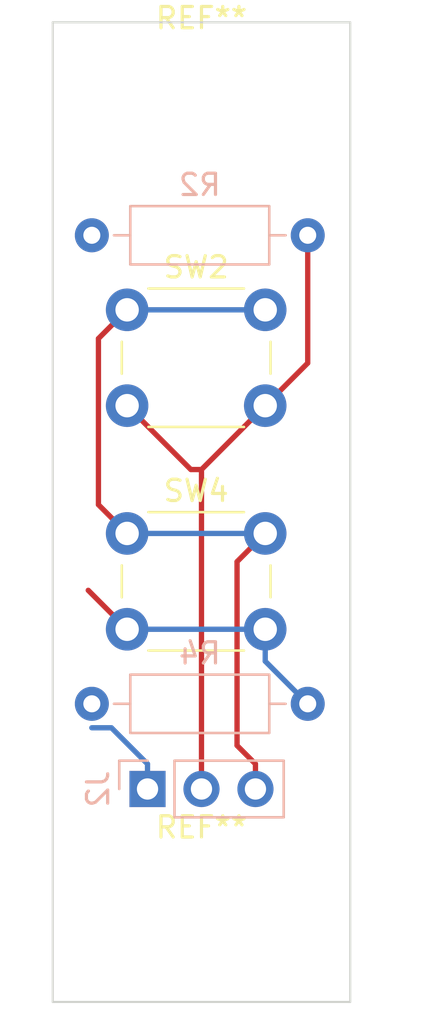
<source format=kicad_pcb>
(kicad_pcb (version 20171130) (host pcbnew "(5.1.6)-1")

  (general
    (thickness 1.6)
    (drawings 5)
    (tracks 22)
    (zones 0)
    (modules 7)
    (nets 5)
  )

  (page A4)
  (layers
    (0 F.Cu signal)
    (31 B.Cu signal)
    (32 B.Adhes user)
    (33 F.Adhes user)
    (34 B.Paste user)
    (35 F.Paste user)
    (36 B.SilkS user)
    (37 F.SilkS user)
    (38 B.Mask user)
    (39 F.Mask user)
    (40 Dwgs.User user)
    (41 Cmts.User user)
    (42 Eco1.User user)
    (43 Eco2.User user)
    (44 Edge.Cuts user)
    (45 Margin user)
    (46 B.CrtYd user)
    (47 F.CrtYd user)
    (48 B.Fab user)
    (49 F.Fab user)
  )

  (setup
    (last_trace_width 0.25)
    (trace_clearance 0.2)
    (zone_clearance 0.508)
    (zone_45_only no)
    (trace_min 0.2)
    (via_size 0.8)
    (via_drill 0.4)
    (via_min_size 0.4)
    (via_min_drill 0.3)
    (uvia_size 0.3)
    (uvia_drill 0.1)
    (uvias_allowed no)
    (uvia_min_size 0.2)
    (uvia_min_drill 0.1)
    (edge_width 0.1)
    (segment_width 0.2)
    (pcb_text_width 0.3)
    (pcb_text_size 1.5 1.5)
    (mod_edge_width 0.15)
    (mod_text_size 1 1)
    (mod_text_width 0.15)
    (pad_size 1.524 1.524)
    (pad_drill 0.762)
    (pad_to_mask_clearance 0)
    (aux_axis_origin 163 100)
    (visible_elements 7FFFFFFF)
    (pcbplotparams
      (layerselection 0x010fc_ffffffff)
      (usegerberextensions false)
      (usegerberattributes true)
      (usegerberadvancedattributes true)
      (creategerberjobfile true)
      (excludeedgelayer true)
      (linewidth 0.100000)
      (plotframeref false)
      (viasonmask false)
      (mode 1)
      (useauxorigin false)
      (hpglpennumber 1)
      (hpglpenspeed 20)
      (hpglpendiameter 15.000000)
      (psnegative false)
      (psa4output false)
      (plotreference true)
      (plotvalue true)
      (plotinvisibletext false)
      (padsonsilk false)
      (subtractmaskfromsilk false)
      (outputformat 1)
      (mirror false)
      (drillshape 1)
      (scaleselection 1)
      (outputdirectory ""))
  )

  (net 0 "")
  (net 1 "Net-(J2-Pad3)")
  (net 2 "Net-(J2-Pad2)")
  (net 3 "Net-(J2-Pad1)")
  (net 4 "Net-(R2-Pad2)")

  (net_class Default "Ceci est la Netclass par défaut."
    (clearance 0.2)
    (trace_width 0.25)
    (via_dia 0.8)
    (via_drill 0.4)
    (uvia_dia 0.3)
    (uvia_drill 0.1)
    (add_net "Net-(J2-Pad1)")
    (add_net "Net-(J2-Pad2)")
    (add_net "Net-(J2-Pad3)")
    (add_net "Net-(R2-Pad2)")
  )

  (module MountingHole:MountingHole_3.2mm_M3 (layer F.Cu) (tedit 56D1B4CB) (tstamp 5F5107BA)
    (at 156 107)
    (descr "Mounting Hole 3.2mm, no annular, M3")
    (tags "mounting hole 3.2mm no annular m3")
    (attr virtual)
    (fp_text reference REF** (at 0 -4.2) (layer F.SilkS)
      (effects (font (size 1 1) (thickness 0.15)))
    )
    (fp_text value MountingHole_3.2mm_M3 (at 0 4.2) (layer F.Fab)
      (effects (font (size 1 1) (thickness 0.15)))
    )
    (fp_text user %R (at 0.3 0) (layer F.Fab)
      (effects (font (size 1 1) (thickness 0.15)))
    )
    (fp_circle (center 0 0) (end 3.2 0) (layer Cmts.User) (width 0.15))
    (fp_circle (center 0 0) (end 3.45 0) (layer F.CrtYd) (width 0.05))
    (pad 1 np_thru_hole circle (at 0 0) (size 3.2 3.2) (drill 3.2) (layers *.Cu *.Mask))
  )

  (module MountingHole:MountingHole_3.2mm_M3 (layer F.Cu) (tedit 56D1B4CB) (tstamp 5F51078C)
    (at 156 69)
    (descr "Mounting Hole 3.2mm, no annular, M3")
    (tags "mounting hole 3.2mm no annular m3")
    (attr virtual)
    (fp_text reference REF** (at 0 -4.2) (layer F.SilkS)
      (effects (font (size 1 1) (thickness 0.15)))
    )
    (fp_text value MountingHole_3.2mm_M3 (at 0 4.2) (layer F.Fab)
      (effects (font (size 1 1) (thickness 0.15)))
    )
    (fp_text user %R (at 0.3 0) (layer F.Fab)
      (effects (font (size 1 1) (thickness 0.15)))
    )
    (fp_circle (center 0 0) (end 3.2 0) (layer Cmts.User) (width 0.15))
    (fp_circle (center 0 0) (end 3.45 0) (layer F.CrtYd) (width 0.05))
    (pad 1 np_thru_hole circle (at 0 0) (size 3.2 3.2) (drill 3.2) (layers *.Cu *.Mask))
  )

  (module Button_Switch_THT:SW_PUSH_6mm_H4.3mm (layer F.Cu) (tedit 5A02FE31) (tstamp 5F50F3F8)
    (at 152.5 89)
    (descr "tactile push button, 6x6mm e.g. PHAP33xx series, height=4.3mm")
    (tags "tact sw push 6mm")
    (path /5F524B56)
    (fp_text reference SW4 (at 3.25 -2) (layer F.SilkS)
      (effects (font (size 1 1) (thickness 0.15)))
    )
    (fp_text value SW_Push (at 3.75 6.7) (layer F.Fab)
      (effects (font (size 1 1) (thickness 0.15)))
    )
    (fp_line (start 3.25 -0.75) (end 6.25 -0.75) (layer F.Fab) (width 0.1))
    (fp_line (start 6.25 -0.75) (end 6.25 5.25) (layer F.Fab) (width 0.1))
    (fp_line (start 6.25 5.25) (end 0.25 5.25) (layer F.Fab) (width 0.1))
    (fp_line (start 0.25 5.25) (end 0.25 -0.75) (layer F.Fab) (width 0.1))
    (fp_line (start 0.25 -0.75) (end 3.25 -0.75) (layer F.Fab) (width 0.1))
    (fp_line (start 7.75 6) (end 8 6) (layer F.CrtYd) (width 0.05))
    (fp_line (start 8 6) (end 8 5.75) (layer F.CrtYd) (width 0.05))
    (fp_line (start 7.75 -1.5) (end 8 -1.5) (layer F.CrtYd) (width 0.05))
    (fp_line (start 8 -1.5) (end 8 -1.25) (layer F.CrtYd) (width 0.05))
    (fp_line (start -1.5 -1.25) (end -1.5 -1.5) (layer F.CrtYd) (width 0.05))
    (fp_line (start -1.5 -1.5) (end -1.25 -1.5) (layer F.CrtYd) (width 0.05))
    (fp_line (start -1.5 5.75) (end -1.5 6) (layer F.CrtYd) (width 0.05))
    (fp_line (start -1.5 6) (end -1.25 6) (layer F.CrtYd) (width 0.05))
    (fp_line (start -1.25 -1.5) (end 7.75 -1.5) (layer F.CrtYd) (width 0.05))
    (fp_line (start -1.5 5.75) (end -1.5 -1.25) (layer F.CrtYd) (width 0.05))
    (fp_line (start 7.75 6) (end -1.25 6) (layer F.CrtYd) (width 0.05))
    (fp_line (start 8 -1.25) (end 8 5.75) (layer F.CrtYd) (width 0.05))
    (fp_line (start 1 5.5) (end 5.5 5.5) (layer F.SilkS) (width 0.12))
    (fp_line (start -0.25 1.5) (end -0.25 3) (layer F.SilkS) (width 0.12))
    (fp_line (start 5.5 -1) (end 1 -1) (layer F.SilkS) (width 0.12))
    (fp_line (start 6.75 3) (end 6.75 1.5) (layer F.SilkS) (width 0.12))
    (fp_circle (center 3.25 2.25) (end 1.25 2.5) (layer F.Fab) (width 0.1))
    (fp_text user %R (at 3.25 2.25) (layer F.Fab)
      (effects (font (size 1 1) (thickness 0.15)))
    )
    (pad 1 thru_hole circle (at 6.5 0 90) (size 2 2) (drill 1.1) (layers *.Cu *.Mask)
      (net 1 "Net-(J2-Pad3)"))
    (pad 2 thru_hole circle (at 6.5 4.5 90) (size 2 2) (drill 1.1) (layers *.Cu *.Mask)
      (net 4 "Net-(R2-Pad2)"))
    (pad 1 thru_hole circle (at 0 0 90) (size 2 2) (drill 1.1) (layers *.Cu *.Mask)
      (net 1 "Net-(J2-Pad3)"))
    (pad 2 thru_hole circle (at 0 4.5 90) (size 2 2) (drill 1.1) (layers *.Cu *.Mask)
      (net 4 "Net-(R2-Pad2)"))
    (model ${KISYS3DMOD}/Button_Switch_THT.3dshapes/SW_PUSH_6mm_H4.3mm.wrl
      (at (xyz 0 0 0))
      (scale (xyz 1 1 1))
      (rotate (xyz 0 0 0))
    )
  )

  (module Button_Switch_THT:SW_PUSH_6mm_H4.3mm (layer F.Cu) (tedit 5A02FE31) (tstamp 5F50F3D9)
    (at 152.5 78.5)
    (descr "tactile push button, 6x6mm e.g. PHAP33xx series, height=4.3mm")
    (tags "tact sw push 6mm")
    (path /5F524B50)
    (fp_text reference SW2 (at 3.25 -2) (layer F.SilkS)
      (effects (font (size 1 1) (thickness 0.15)))
    )
    (fp_text value SW_Push (at 3.75 6.7) (layer F.Fab)
      (effects (font (size 1 1) (thickness 0.15)))
    )
    (fp_line (start 3.25 -0.75) (end 6.25 -0.75) (layer F.Fab) (width 0.1))
    (fp_line (start 6.25 -0.75) (end 6.25 5.25) (layer F.Fab) (width 0.1))
    (fp_line (start 6.25 5.25) (end 0.25 5.25) (layer F.Fab) (width 0.1))
    (fp_line (start 0.25 5.25) (end 0.25 -0.75) (layer F.Fab) (width 0.1))
    (fp_line (start 0.25 -0.75) (end 3.25 -0.75) (layer F.Fab) (width 0.1))
    (fp_line (start 7.75 6) (end 8 6) (layer F.CrtYd) (width 0.05))
    (fp_line (start 8 6) (end 8 5.75) (layer F.CrtYd) (width 0.05))
    (fp_line (start 7.75 -1.5) (end 8 -1.5) (layer F.CrtYd) (width 0.05))
    (fp_line (start 8 -1.5) (end 8 -1.25) (layer F.CrtYd) (width 0.05))
    (fp_line (start -1.5 -1.25) (end -1.5 -1.5) (layer F.CrtYd) (width 0.05))
    (fp_line (start -1.5 -1.5) (end -1.25 -1.5) (layer F.CrtYd) (width 0.05))
    (fp_line (start -1.5 5.75) (end -1.5 6) (layer F.CrtYd) (width 0.05))
    (fp_line (start -1.5 6) (end -1.25 6) (layer F.CrtYd) (width 0.05))
    (fp_line (start -1.25 -1.5) (end 7.75 -1.5) (layer F.CrtYd) (width 0.05))
    (fp_line (start -1.5 5.75) (end -1.5 -1.25) (layer F.CrtYd) (width 0.05))
    (fp_line (start 7.75 6) (end -1.25 6) (layer F.CrtYd) (width 0.05))
    (fp_line (start 8 -1.25) (end 8 5.75) (layer F.CrtYd) (width 0.05))
    (fp_line (start 1 5.5) (end 5.5 5.5) (layer F.SilkS) (width 0.12))
    (fp_line (start -0.25 1.5) (end -0.25 3) (layer F.SilkS) (width 0.12))
    (fp_line (start 5.5 -1) (end 1 -1) (layer F.SilkS) (width 0.12))
    (fp_line (start 6.75 3) (end 6.75 1.5) (layer F.SilkS) (width 0.12))
    (fp_circle (center 3.25 2.25) (end 1.25 2.5) (layer F.Fab) (width 0.1))
    (fp_text user %R (at 3.25 2.25) (layer F.Fab)
      (effects (font (size 1 1) (thickness 0.15)))
    )
    (pad 1 thru_hole circle (at 6.5 0 90) (size 2 2) (drill 1.1) (layers *.Cu *.Mask)
      (net 1 "Net-(J2-Pad3)"))
    (pad 2 thru_hole circle (at 6.5 4.5 90) (size 2 2) (drill 1.1) (layers *.Cu *.Mask)
      (net 2 "Net-(J2-Pad2)"))
    (pad 1 thru_hole circle (at 0 0 90) (size 2 2) (drill 1.1) (layers *.Cu *.Mask)
      (net 1 "Net-(J2-Pad3)"))
    (pad 2 thru_hole circle (at 0 4.5 90) (size 2 2) (drill 1.1) (layers *.Cu *.Mask)
      (net 2 "Net-(J2-Pad2)"))
    (model ${KISYS3DMOD}/Button_Switch_THT.3dshapes/SW_PUSH_6mm_H4.3mm.wrl
      (at (xyz 0 0 0))
      (scale (xyz 1 1 1))
      (rotate (xyz 0 0 0))
    )
  )

  (module Resistor_THT:R_Axial_DIN0207_L6.3mm_D2.5mm_P10.16mm_Horizontal (layer B.Cu) (tedit 5AE5139B) (tstamp 5F50F3BA)
    (at 161 97 180)
    (descr "Resistor, Axial_DIN0207 series, Axial, Horizontal, pin pitch=10.16mm, 0.25W = 1/4W, length*diameter=6.3*2.5mm^2, http://cdn-reichelt.de/documents/datenblatt/B400/1_4W%23YAG.pdf")
    (tags "Resistor Axial_DIN0207 series Axial Horizontal pin pitch 10.16mm 0.25W = 1/4W length 6.3mm diameter 2.5mm")
    (path /5F524B62)
    (fp_text reference R4 (at 5.08 2.37 180) (layer B.SilkS)
      (effects (font (size 1 1) (thickness 0.15)) (justify mirror))
    )
    (fp_text value 220ohm (at 5.08 -2.37 180) (layer B.Fab)
      (effects (font (size 1 1) (thickness 0.15)) (justify mirror))
    )
    (fp_line (start 1.93 1.25) (end 1.93 -1.25) (layer B.Fab) (width 0.1))
    (fp_line (start 1.93 -1.25) (end 8.23 -1.25) (layer B.Fab) (width 0.1))
    (fp_line (start 8.23 -1.25) (end 8.23 1.25) (layer B.Fab) (width 0.1))
    (fp_line (start 8.23 1.25) (end 1.93 1.25) (layer B.Fab) (width 0.1))
    (fp_line (start 0 0) (end 1.93 0) (layer B.Fab) (width 0.1))
    (fp_line (start 10.16 0) (end 8.23 0) (layer B.Fab) (width 0.1))
    (fp_line (start 1.81 1.37) (end 1.81 -1.37) (layer B.SilkS) (width 0.12))
    (fp_line (start 1.81 -1.37) (end 8.35 -1.37) (layer B.SilkS) (width 0.12))
    (fp_line (start 8.35 -1.37) (end 8.35 1.37) (layer B.SilkS) (width 0.12))
    (fp_line (start 8.35 1.37) (end 1.81 1.37) (layer B.SilkS) (width 0.12))
    (fp_line (start 1.04 0) (end 1.81 0) (layer B.SilkS) (width 0.12))
    (fp_line (start 9.12 0) (end 8.35 0) (layer B.SilkS) (width 0.12))
    (fp_line (start -1.05 1.5) (end -1.05 -1.5) (layer B.CrtYd) (width 0.05))
    (fp_line (start -1.05 -1.5) (end 11.21 -1.5) (layer B.CrtYd) (width 0.05))
    (fp_line (start 11.21 -1.5) (end 11.21 1.5) (layer B.CrtYd) (width 0.05))
    (fp_line (start 11.21 1.5) (end -1.05 1.5) (layer B.CrtYd) (width 0.05))
    (fp_text user %R (at 5.08 0 180) (layer B.Fab)
      (effects (font (size 1 1) (thickness 0.15)) (justify mirror))
    )
    (pad 2 thru_hole oval (at 10.16 0 180) (size 1.6 1.6) (drill 0.8) (layers *.Cu *.Mask)
      (net 3 "Net-(J2-Pad1)"))
    (pad 1 thru_hole circle (at 0 0 180) (size 1.6 1.6) (drill 0.8) (layers *.Cu *.Mask)
      (net 4 "Net-(R2-Pad2)"))
    (model ${KISYS3DMOD}/Resistor_THT.3dshapes/R_Axial_DIN0207_L6.3mm_D2.5mm_P10.16mm_Horizontal.wrl
      (at (xyz 0 0 0))
      (scale (xyz 1 1 1))
      (rotate (xyz 0 0 0))
    )
  )

  (module Resistor_THT:R_Axial_DIN0207_L6.3mm_D2.5mm_P10.16mm_Horizontal (layer B.Cu) (tedit 5AE5139B) (tstamp 5F50F3A3)
    (at 161 75 180)
    (descr "Resistor, Axial_DIN0207 series, Axial, Horizontal, pin pitch=10.16mm, 0.25W = 1/4W, length*diameter=6.3*2.5mm^2, http://cdn-reichelt.de/documents/datenblatt/B400/1_4W%23YAG.pdf")
    (tags "Resistor Axial_DIN0207 series Axial Horizontal pin pitch 10.16mm 0.25W = 1/4W length 6.3mm diameter 2.5mm")
    (path /5F524B5C)
    (fp_text reference R2 (at 5.08 2.37 180) (layer B.SilkS)
      (effects (font (size 1 1) (thickness 0.15)) (justify mirror))
    )
    (fp_text value 220ohm (at 5.08 -2.37 180) (layer B.Fab)
      (effects (font (size 1 1) (thickness 0.15)) (justify mirror))
    )
    (fp_line (start 1.93 1.25) (end 1.93 -1.25) (layer B.Fab) (width 0.1))
    (fp_line (start 1.93 -1.25) (end 8.23 -1.25) (layer B.Fab) (width 0.1))
    (fp_line (start 8.23 -1.25) (end 8.23 1.25) (layer B.Fab) (width 0.1))
    (fp_line (start 8.23 1.25) (end 1.93 1.25) (layer B.Fab) (width 0.1))
    (fp_line (start 0 0) (end 1.93 0) (layer B.Fab) (width 0.1))
    (fp_line (start 10.16 0) (end 8.23 0) (layer B.Fab) (width 0.1))
    (fp_line (start 1.81 1.37) (end 1.81 -1.37) (layer B.SilkS) (width 0.12))
    (fp_line (start 1.81 -1.37) (end 8.35 -1.37) (layer B.SilkS) (width 0.12))
    (fp_line (start 8.35 -1.37) (end 8.35 1.37) (layer B.SilkS) (width 0.12))
    (fp_line (start 8.35 1.37) (end 1.81 1.37) (layer B.SilkS) (width 0.12))
    (fp_line (start 1.04 0) (end 1.81 0) (layer B.SilkS) (width 0.12))
    (fp_line (start 9.12 0) (end 8.35 0) (layer B.SilkS) (width 0.12))
    (fp_line (start -1.05 1.5) (end -1.05 -1.5) (layer B.CrtYd) (width 0.05))
    (fp_line (start -1.05 -1.5) (end 11.21 -1.5) (layer B.CrtYd) (width 0.05))
    (fp_line (start 11.21 -1.5) (end 11.21 1.5) (layer B.CrtYd) (width 0.05))
    (fp_line (start 11.21 1.5) (end -1.05 1.5) (layer B.CrtYd) (width 0.05))
    (fp_text user %R (at 5.08 0 180) (layer B.Fab)
      (effects (font (size 1 1) (thickness 0.15)) (justify mirror))
    )
    (pad 2 thru_hole oval (at 10.16 0 180) (size 1.6 1.6) (drill 0.8) (layers *.Cu *.Mask)
      (net 4 "Net-(R2-Pad2)"))
    (pad 1 thru_hole circle (at 0 0 180) (size 1.6 1.6) (drill 0.8) (layers *.Cu *.Mask)
      (net 2 "Net-(J2-Pad2)"))
    (model ${KISYS3DMOD}/Resistor_THT.3dshapes/R_Axial_DIN0207_L6.3mm_D2.5mm_P10.16mm_Horizontal.wrl
      (at (xyz 0 0 0))
      (scale (xyz 1 1 1))
      (rotate (xyz 0 0 0))
    )
  )

  (module Connector_PinHeader_2.54mm:PinHeader_1x03_P2.54mm_Vertical (layer B.Cu) (tedit 59FED5CC) (tstamp 5F50F38C)
    (at 153.46 101 270)
    (descr "Through hole straight pin header, 1x03, 2.54mm pitch, single row")
    (tags "Through hole pin header THT 1x03 2.54mm single row")
    (path /5F524B69)
    (fp_text reference J2 (at 0 2.33 90) (layer B.SilkS)
      (effects (font (size 1 1) (thickness 0.15)) (justify mirror))
    )
    (fp_text value JST_cable (at 0 -7.41 90) (layer B.Fab)
      (effects (font (size 1 1) (thickness 0.15)) (justify mirror))
    )
    (fp_line (start -0.635 1.27) (end 1.27 1.27) (layer B.Fab) (width 0.1))
    (fp_line (start 1.27 1.27) (end 1.27 -6.35) (layer B.Fab) (width 0.1))
    (fp_line (start 1.27 -6.35) (end -1.27 -6.35) (layer B.Fab) (width 0.1))
    (fp_line (start -1.27 -6.35) (end -1.27 0.635) (layer B.Fab) (width 0.1))
    (fp_line (start -1.27 0.635) (end -0.635 1.27) (layer B.Fab) (width 0.1))
    (fp_line (start -1.33 -6.41) (end 1.33 -6.41) (layer B.SilkS) (width 0.12))
    (fp_line (start -1.33 -1.27) (end -1.33 -6.41) (layer B.SilkS) (width 0.12))
    (fp_line (start 1.33 -1.27) (end 1.33 -6.41) (layer B.SilkS) (width 0.12))
    (fp_line (start -1.33 -1.27) (end 1.33 -1.27) (layer B.SilkS) (width 0.12))
    (fp_line (start -1.33 0) (end -1.33 1.33) (layer B.SilkS) (width 0.12))
    (fp_line (start -1.33 1.33) (end 0 1.33) (layer B.SilkS) (width 0.12))
    (fp_line (start -1.8 1.8) (end -1.8 -6.85) (layer B.CrtYd) (width 0.05))
    (fp_line (start -1.8 -6.85) (end 1.8 -6.85) (layer B.CrtYd) (width 0.05))
    (fp_line (start 1.8 -6.85) (end 1.8 1.8) (layer B.CrtYd) (width 0.05))
    (fp_line (start 1.8 1.8) (end -1.8 1.8) (layer B.CrtYd) (width 0.05))
    (fp_text user %R (at 0 -2.54 180) (layer B.Fab)
      (effects (font (size 1 1) (thickness 0.15)) (justify mirror))
    )
    (pad 3 thru_hole oval (at 0 -5.08 270) (size 1.7 1.7) (drill 1) (layers *.Cu *.Mask)
      (net 1 "Net-(J2-Pad3)"))
    (pad 2 thru_hole oval (at 0 -2.54 270) (size 1.7 1.7) (drill 1) (layers *.Cu *.Mask)
      (net 2 "Net-(J2-Pad2)"))
    (pad 1 thru_hole rect (at 0 0 270) (size 1.7 1.7) (drill 1) (layers *.Cu *.Mask)
      (net 3 "Net-(J2-Pad1)"))
    (model ${KISYS3DMOD}/Connector_PinHeader_2.54mm.3dshapes/PinHeader_1x03_P2.54mm_Vertical.wrl
      (at (xyz 0 0 0))
      (scale (xyz 1 1 1))
      (rotate (xyz 0 0 0))
    )
  )

  (gr_line (start 149 111) (end 149 65) (layer Edge.Cuts) (width 0.1) (tstamp 5F5107ED))
  (gr_line (start 163 111) (end 149 111) (layer Edge.Cuts) (width 0.1))
  (gr_line (start 163 65) (end 163 111) (layer Edge.Cuts) (width 0.1))
  (gr_line (start 149 65) (end 163 65) (layer Edge.Cuts) (width 0.1))
  (dimension 10.5 (width 0.15) (layer Dwgs.User)
    (gr_text "10,500 mm" (at 165.3 86 270) (layer Dwgs.User)
      (effects (font (size 1 1) (thickness 0.15)))
    )
    (feature1 (pts (xy 155.75 91.25) (xy 164.586421 91.25)))
    (feature2 (pts (xy 155.75 80.75) (xy 164.586421 80.75)))
    (crossbar (pts (xy 164 80.75) (xy 164 91.25)))
    (arrow1a (pts (xy 164 91.25) (xy 163.413579 90.123496)))
    (arrow1b (pts (xy 164 91.25) (xy 164.586421 90.123496)))
    (arrow2a (pts (xy 164 80.75) (xy 163.413579 81.876504)))
    (arrow2b (pts (xy 164 80.75) (xy 164.586421 81.876504)))
  )

  (segment (start 158.54 101) (end 158.54 99.8247) (width 0.25) (layer F.Cu) (net 1))
  (segment (start 158.54 99.8247) (end 157.6735 98.9582) (width 0.25) (layer F.Cu) (net 1))
  (segment (start 157.6735 98.9582) (end 157.6735 90.3265) (width 0.25) (layer F.Cu) (net 1))
  (segment (start 157.6735 90.3265) (end 159 89) (width 0.25) (layer F.Cu) (net 1))
  (segment (start 152.5 89) (end 159 89) (width 0.25) (layer B.Cu) (net 1))
  (segment (start 152.5 78.5) (end 151.1505 79.8495) (width 0.25) (layer F.Cu) (net 1))
  (segment (start 151.1505 79.8495) (end 151.1505 87.6505) (width 0.25) (layer F.Cu) (net 1))
  (segment (start 151.1505 87.6505) (end 152.5 89) (width 0.25) (layer F.Cu) (net 1))
  (segment (start 152.5 78.5) (end 159 78.5) (width 0.25) (layer B.Cu) (net 1))
  (segment (start 156 86) (end 159 83) (width 0.25) (layer F.Cu) (net 2))
  (segment (start 156 101) (end 156 86) (width 0.25) (layer F.Cu) (net 2))
  (segment (start 156 86) (end 155.5 86) (width 0.25) (layer F.Cu) (net 2))
  (segment (start 155.5 86) (end 152.5 83) (width 0.25) (layer F.Cu) (net 2))
  (segment (start 161 75) (end 161 81) (width 0.25) (layer F.Cu) (net 2))
  (segment (start 161 81) (end 159 83) (width 0.25) (layer F.Cu) (net 2))
  (segment (start 153.46 101) (end 153.46 99.8247) (width 0.25) (layer B.Cu) (net 3))
  (segment (start 153.46 99.8247) (end 151.7606 98.1253) (width 0.25) (layer B.Cu) (net 3))
  (segment (start 151.7606 98.1253) (end 150.84 98.1253) (width 0.25) (layer B.Cu) (net 3))
  (segment (start 152.5 93.5) (end 159 93.5) (width 0.25) (layer B.Cu) (net 4))
  (segment (start 150.6711 91.6711) (end 152.5 93.5) (width 0.25) (layer F.Cu) (net 4))
  (segment (start 161 97) (end 159 95) (width 0.25) (layer B.Cu) (net 4))
  (segment (start 159 95) (end 159 93.5) (width 0.25) (layer B.Cu) (net 4))

)

</source>
